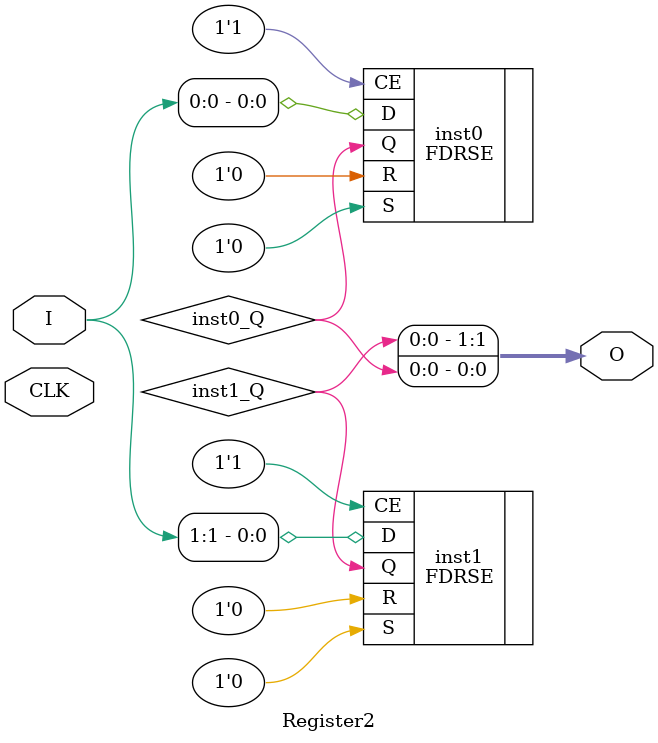
<source format=v>
module Register2 (input [1:0] I, output [1:0] O, input  CLK);
wire  inst0_Q;
wire  inst1_Q;
FDRSE #(.INIT(1'h0)) inst0 (.CE(1'b1), .R(1'b0), .S(1'b0), .D(I[0]), .Q(inst0_Q));
FDRSE #(.INIT(1'h0)) inst1 (.CE(1'b1), .R(1'b0), .S(1'b0), .D(I[1]), .Q(inst1_Q));
assign O = {inst1_Q,inst0_Q};
endmodule


</source>
